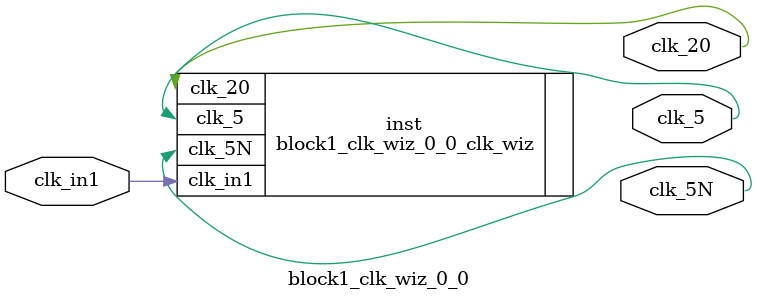
<source format=v>


`timescale 1ps/1ps

(* CORE_GENERATION_INFO = "block1_clk_wiz_0_0,clk_wiz_v6_0_2_0_0,{component_name=block1_clk_wiz_0_0,use_phase_alignment=true,use_min_o_jitter=false,use_max_i_jitter=false,use_dyn_phase_shift=false,use_inclk_switchover=false,use_dyn_reconfig=false,enable_axi=0,feedback_source=FDBK_AUTO,PRIMITIVE=MMCM,num_out_clk=3,clkin1_period=50.000,clkin2_period=10.0,use_power_down=false,use_reset=false,use_locked=false,use_inclk_stopped=false,feedback_type=SINGLE,CLOCK_MGR_TYPE=NA,manual_override=false}" *)

module block1_clk_wiz_0_0 
 (
  // Clock out ports
  output        clk_20,
  output        clk_5,
  output        clk_5N,
 // Clock in ports
  input         clk_in1
 );

  block1_clk_wiz_0_0_clk_wiz inst
  (
  // Clock out ports  
  .clk_20(clk_20),
  .clk_5(clk_5),
  .clk_5N(clk_5N),
 // Clock in ports
  .clk_in1(clk_in1)
  );

endmodule

</source>
